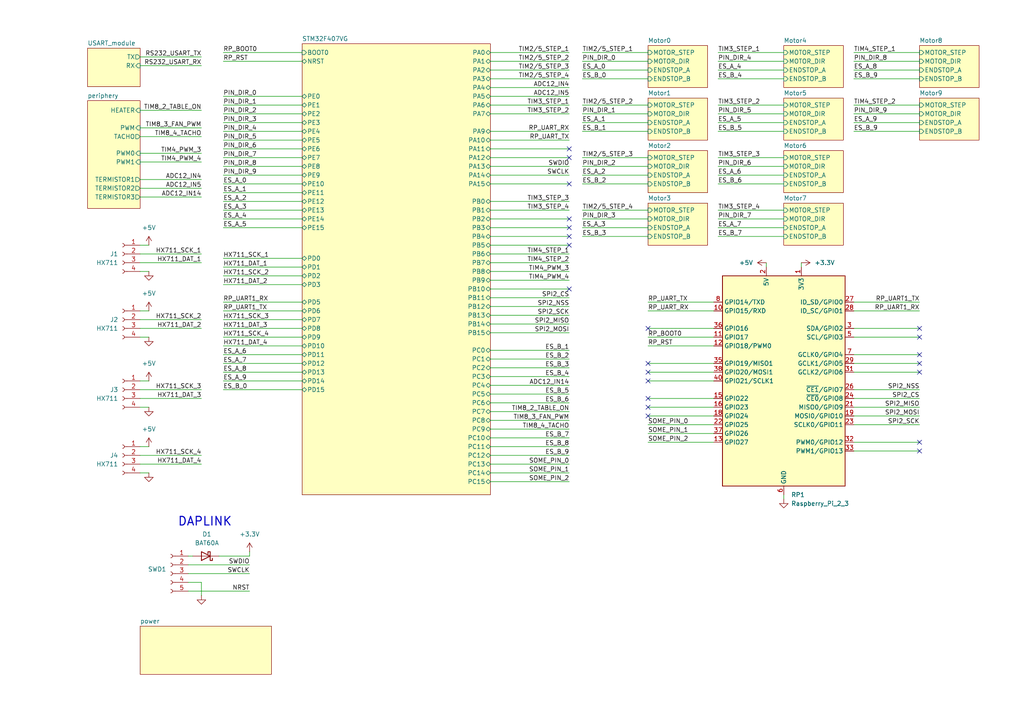
<source format=kicad_sch>
(kicad_sch (version 20250114) (generator "eeschema") (generator_version "9.0")
  (paper "A4")
  (title_block (title "OctopusNode") (comment 1 "Мастер плата управления") (comment 2 "Филимонов С.В.") (comment 3 "Семеренко Д.А."))
  (lib_symbols
    (symbol "Connector:Conn_01x04_Socket" (pin_names (offset 1.016) (hide yes))
      (property "Reference" "J" (at 0 5.08 0))
      (property "Value" "Conn_01x04_Socket" (at 0 -7.62 0))
      (symbol "Conn_01x04_Socket_1_1"
        (polyline (pts (xy -1.27 2.54) (xy -0.508 2.54)) (stroke (width 0.1524)))
        (polyline (pts (xy -1.27 0) (xy -0.508 0)) (stroke (width 0.1524)))
        (polyline (pts (xy -1.27 -2.54) (xy -0.508 -2.54)) (stroke (width 0.1524)))
        (polyline (pts (xy -1.27 -5.08) (xy -0.508 -5.08)) (stroke (width 0.1524)))
        (arc (start 0 2.032) (mid -0.5058 2.54) (end 0 3.048) (stroke (width 0.1524)))
        (arc (start 0 -0.508) (mid -0.5058 0) (end 0 0.508) (stroke (width 0.1524)))
        (arc (start 0 -3.048) (mid -0.5058 -2.54) (end 0 -2.032) (stroke (width 0.1524)))
        (arc (start 0 -5.588) (mid -0.5058 -5.08) (end 0 -4.572) (stroke (width 0.1524)))
        (pin passive line (at -5.08 2.54 0) (length 3.81) (name "Pin_1") (number "1"))
        (pin passive line (at -5.08 0 0) (length 3.81) (name "Pin_2") (number "2"))
        (pin passive line (at -5.08 -2.54 0) (length 3.81) (name "Pin_3") (number "3"))
        (pin passive line (at -5.08 -5.08 0) (length 3.81) (name "Pin_4") (number "4"))
      )
    )
    (symbol "Connector:Conn_01x05_Socket" (pin_names (offset 1.016) (hide yes))
      (property "Reference" "J" (at 0 7.62 0))
      (property "Value" "Conn_01x05_Socket" (at 0 -7.62 0))
      (symbol "Conn_01x05_Socket_1_1"
        (polyline (pts (xy -1.27 5.08) (xy -0.508 5.08)) (stroke (width 0.1524)))
        (polyline (pts (xy -1.27 2.54) (xy -0.508 2.54)) (stroke (width 0.1524)))
        (polyline (pts (xy -1.27 0) (xy -0.508 0)) (stroke (width 0.1524)))
        (polyline (pts (xy -1.27 -2.54) (xy -0.508 -2.54)) (stroke (width 0.1524)))
        (polyline (pts (xy -1.27 -5.08) (xy -0.508 -5.08)) (stroke (width 0.1524)))
        (arc (start 0 4.572) (mid -0.5058 5.08) (end 0 5.588) (stroke (width 0.1524)))
        (arc (start 0 2.032) (mid -0.5058 2.54) (end 0 3.048) (stroke (width 0.1524)))
        (arc (start 0 -0.508) (mid -0.5058 0) (end 0 0.508) (stroke (width 0.1524)))
        (arc (start 0 -3.048) (mid -0.5058 -2.54) (end 0 -2.032) (stroke (width 0.1524)))
        (arc (start 0 -5.588) (mid -0.5058 -5.08) (end 0 -4.572) (stroke (width 0.1524)))
        (pin passive line (at -5.08 5.08 0) (length 3.81) (name "Pin_1") (number "1"))
        (pin passive line (at -5.08 2.54 0) (length 3.81) (name "Pin_2") (number "2"))
        (pin passive line (at -5.08 0 0) (length 3.81) (name "Pin_3") (number "3"))
        (pin passive line (at -5.08 -2.54 0) (length 3.81) (name "Pin_4") (number "4"))
        (pin passive line (at -5.08 -5.08 0) (length 3.81) (name "Pin_5") (number "5"))
      )
    )
    (symbol "Connector:Raspberry_Pi_2_3"
      (property "Reference" "J" (at -17.78 31.75 0))
      (property "Value" "Raspberry_Pi_2_3" (at 10.16 -31.75 0))
      (symbol "Raspberry_Pi_2_3_0_1"
        (rectangle (start -17.78 30.48) (end 17.78 -30.48) (stroke (width 0.254)) (fill (type background)))
      )
      (symbol "Raspberry_Pi_2_3_1_1"
        (pin bidirectional line (at -20.32 22.86 0) (length 2.54) (name "GPIO14/TXD") (number "8"))
        (pin bidirectional line (at -20.32 20.32 0) (length 2.54) (name "GPIO15/RXD") (number "10"))
        (pin bidirectional line (at -20.32 15.24 0) (length 2.54) (name "GPIO16") (number "36"))
        (pin bidirectional line (at -20.32 12.7 0) (length 2.54) (name "GPIO17") (number "11"))
        (pin bidirectional line (at -20.32 10.16 0) (length 2.54) (name "GPIO18/PWM0") (number "12"))
        (pin bidirectional line (at -20.32 5.08 0) (length 2.54) (name "GPIO19/MISO1") (number "35"))
        (pin bidirectional line (at -20.32 2.54 0) (length 2.54) (name "GPIO20/MOSI1") (number "38"))
        (pin bidirectional line (at -20.32 0 0) (length 2.54) (name "GPIO21/SCLK1") (number "40"))
        (pin bidirectional line (at -20.32 -5.08 0) (length 2.54) (name "GPIO22") (number "15"))
        (pin bidirectional line (at -20.32 -7.62 0) (length 2.54) (name "GPIO23") (number "16"))
        (pin bidirectional line (at -20.32 -10.16 0) (length 2.54) (name "GPIO24") (number "18"))
        (pin bidirectional line (at -20.32 -12.7 0) (length 2.54) (name "GPIO25") (number "22"))
        (pin bidirectional line (at -20.32 -15.24 0) (length 2.54) (name "GPIO26") (number "37"))
        (pin bidirectional line (at -20.32 -17.78 0) (length 2.54) (name "GPIO27") (number "13"))
        (pin power_in line (at -5.08 33.02 270) (length 2.54) (name "5V") (number "2"))
        (pin passive line (at -5.08 33.02 270) (length 2.54) (hide yes) (name "5V") (number "4"))
        (pin passive line (at 0 -33.02 90) (length 2.54) (hide yes) (name "GND") (number "14"))
        (pin passive line (at 0 -33.02 90) (length 2.54) (hide yes) (name "GND") (number "20"))
        (pin passive line (at 0 -33.02 90) (length 2.54) (hide yes) (name "GND") (number "25"))
        (pin passive line (at 0 -33.02 90) (length 2.54) (hide yes) (name "GND") (number "30"))
        (pin passive line (at 0 -33.02 90) (length 2.54) (hide yes) (name "GND") (number "34"))
        (pin passive line (at 0 -33.02 90) (length 2.54) (hide yes) (name "GND") (number "39"))
        (pin power_in line (at 0 -33.02 90) (length 2.54) (name "GND") (number "6"))
        (pin passive line (at 0 -33.02 90) (length 2.54) (hide yes) (name "GND") (number "9"))
        (pin power_in line (at 5.08 33.02 270) (length 2.54) (name "3V3") (number "1"))
        (pin passive line (at 5.08 33.02 270) (length 2.54) (hide yes) (name "3V3") (number "17"))
        (pin bidirectional line (at 20.32 22.86 180) (length 2.54) (name "ID_SD/GPIO0") (number "27"))
        (pin bidirectional line (at 20.32 20.32 180) (length 2.54) (name "ID_SC/GPIO1") (number "28"))
        (pin bidirectional line (at 20.32 15.24 180) (length 2.54) (name "SDA/GPIO2") (number "3"))
        (pin bidirectional line (at 20.32 12.7 180) (length 2.54) (name "SCL/GPIO3") (number "5"))
        (pin bidirectional line (at 20.32 7.62 180) (length 2.54) (name "GCLK0/GPIO4") (number "7"))
        (pin bidirectional line (at 20.32 5.08 180) (length 2.54) (name "GCLK1/GPIO5") (number "29"))
        (pin bidirectional line (at 20.32 2.54 180) (length 2.54) (name "GCLK2/GPIO6") (number "31"))
        (pin bidirectional line (at 20.32 -2.54 180) (length 2.54) (name "~{CE1}/GPIO7") (number "26"))
        (pin bidirectional line (at 20.32 -5.08 180) (length 2.54) (name "~{CE0}/GPIO8") (number "24"))
        (pin bidirectional line (at 20.32 -7.62 180) (length 2.54) (name "MISO0/GPIO9") (number "21"))
        (pin bidirectional line (at 20.32 -10.16 180) (length 2.54) (name "MOSI0/GPIO10") (number "19"))
        (pin bidirectional line (at 20.32 -12.7 180) (length 2.54) (name "SCLK0/GPIO11") (number "23"))
        (pin bidirectional line (at 20.32 -17.78 180) (length 2.54) (name "PWM0/GPIO12") (number "32"))
        (pin bidirectional line (at 20.32 -20.32 180) (length 2.54) (name "PWM1/GPIO13") (number "33"))
      )
    )
    (symbol "Diode:BAT60A" (pin_numbers (hide yes)) (pin_names (offset 1.016) (hide yes))
      (property "Reference" "D" (at 0 2.54 0))
      (property "Value" "BAT60A" (at 0 -2.54 0))
      (symbol "BAT60A_0_1"
        (polyline (pts (xy -1.905 0.635) (xy -1.905 1.27) (xy -1.27 1.27) (xy -1.27 -1.27) (xy -0.635 -1.27) (xy -0.635 -0.635)) (stroke (width 0.254)))
        (polyline (pts (xy 1.27 1.27) (xy 1.27 -1.27) (xy -1.27 0) (xy 1.27 1.27)) (stroke (width 0.254)))
        (polyline (pts (xy 1.27 0) (xy -1.27 0)))
      )
      (symbol "BAT60A_1_1"
        (pin passive line (at -3.81 0 0) (length 2.54) (name "K") (number "1"))
        (pin passive line (at 3.81 0 180) (length 2.54) (name "A") (number "2"))
      )
    )
    (symbol "power:+3.3V" (power) (pin_numbers (hide yes)) (pin_names (offset 0) (hide yes))
      (property "Value" "+3.3V" (at 0 3.556 0))
      (symbol "+3.3V_0_1"
        (polyline (pts (xy -0.762 1.27) (xy 0 2.54)))
        (polyline (pts (xy 0 2.54) (xy 0.762 1.27)))
        (polyline (pts (xy 0 0) (xy 0 2.54)))
      )
      (symbol "+3.3V_1_1"
        (pin power_in line (at 0 0 90) (length 0) (name "~") (number "1"))
      )
    )
    (symbol "power:+5V" (power) (pin_numbers (hide yes)) (pin_names (offset 0) (hide yes))
      (property "Value" "+5V" (at 0 3.556 0))
      (symbol "+5V_0_1"
        (polyline (pts (xy -0.762 1.27) (xy 0 2.54)))
        (polyline (pts (xy 0 2.54) (xy 0.762 1.27)))
        (polyline (pts (xy 0 0) (xy 0 2.54)))
      )
      (symbol "+5V_1_1"
        (pin power_in line (at 0 0 90) (length 0) (name "~") (number "1"))
      )
    )
    (symbol "power:GND" (power) (pin_numbers (hide yes)) (pin_names (offset 0) (hide yes))
      (property "Value" "GND" (at 0 -3.81 0))
      (symbol "GND_0_1"
        (polyline (pts (xy 0 0) (xy 0 -1.27) (xy 1.27 -1.27) (xy 0 -2.54) (xy -1.27 -1.27) (xy 0 -1.27)))
      )
      (symbol "GND_1_1"
        (pin power_in line (at 0 0 270) (length 0) (name "~") (number "1"))
      )
    )
  )
  (text "DAPLINK" (at 59.436 151.384 0) (effects (font (size 2.5 2.5) (thickness 0.3125))))
  (text "1) OctopusNode\n2) KrakenNode\n3) SpiderNode\n4) HydraNode\n5) MedusaNode" (at 313.944 171.45 0) (effects (font (size 1.27 1.27)) (justify left)))
  (no_connect (at 165.1 83.82))
  (no_connect (at 266.7 102.87))
  (no_connect (at 266.7 107.95))
  (no_connect (at 165.1 43.18))
  (no_connect (at 165.1 71.12))
  (no_connect (at 165.1 68.58))
  (no_connect (at 266.7 128.27))
  (no_connect (at 266.7 97.79))
  (no_connect (at 187.96 118.11))
  (no_connect (at 187.96 115.57))
  (no_connect (at 187.96 105.41))
  (no_connect (at 187.96 95.25))
  (no_connect (at 187.96 110.49))
  (no_connect (at 165.1 63.5))
  (no_connect (at 266.7 95.25))
  (no_connect (at 187.96 107.95))
  (no_connect (at 165.1 66.04))
  (no_connect (at 266.7 130.81))
  (no_connect (at 187.96 120.65))
  (no_connect (at 165.1 45.72))
  (no_connect (at 165.1 53.34))
  (no_connect (at 266.7 105.41))
  (wire (pts (xy 247.65 38.1) (xy 266.7 38.1)))
  (wire (pts (xy 187.96 118.11) (xy 207.01 118.11)))
  (wire (pts (xy 208.28 33.02) (xy 227.33 33.02)))
  (wire (pts (xy 208.28 22.86) (xy 227.33 22.86)))
  (wire (pts (xy 208.28 35.56) (xy 227.33 35.56)))
  (wire (pts (xy 247.65 102.87) (xy 266.7 102.87)))
  (wire (pts (xy 247.65 130.81) (xy 266.7 130.81)))
  (wire (pts (xy 142.24 78.74) (xy 165.1 78.74)))
  (wire (pts (xy 64.77 30.48) (xy 87.63 30.48)))
  (wire (pts (xy 63.5 161.29) (xy 72.39 161.29)))
  (wire (pts (xy 64.77 74.93) (xy 87.63 74.93)))
  (wire (pts (xy 64.77 80.01) (xy 87.63 80.01)))
  (wire (pts (xy 142.24 111.76) (xy 165.1 111.76)))
  (wire (pts (xy 142.24 15.24) (xy 165.1 15.24)))
  (wire (pts (xy 64.77 77.47) (xy 87.63 77.47)))
  (wire (pts (xy 168.91 48.26) (xy 187.96 48.26)))
  (wire (pts (xy 40.64 132.08) (xy 58.42 132.08)))
  (wire (pts (xy 142.24 60.96) (xy 165.1 60.96)))
  (wire (pts (xy 142.24 63.5) (xy 165.1 63.5)))
  (wire (pts (xy 64.77 35.56) (xy 87.63 35.56)))
  (wire (pts (xy 208.28 38.1) (xy 227.33 38.1)))
  (wire (pts (xy 168.91 17.78) (xy 187.96 17.78)))
  (wire (pts (xy 187.96 128.27) (xy 207.01 128.27)))
  (wire (pts (xy 227.33 143.51) (xy 227.33 144.78)))
  (wire (pts (xy 142.24 119.38) (xy 165.1 119.38)))
  (wire (pts (xy 187.96 110.49) (xy 207.01 110.49)))
  (wire (pts (xy 64.77 60.96) (xy 87.63 60.96)))
  (wire (pts (xy 142.24 109.22) (xy 165.1 109.22)))
  (wire (pts (xy 187.96 105.41) (xy 207.01 105.41)))
  (wire (pts (xy 208.28 50.8) (xy 227.33 50.8)))
  (wire (pts (xy 142.24 25.4) (xy 165.1 25.4)))
  (wire (pts (xy 142.24 91.44) (xy 165.1 91.44)))
  (wire (pts (xy 40.64 71.12) (xy 43.18 71.12)))
  (wire (pts (xy 168.91 20.32) (xy 187.96 20.32)))
  (wire (pts (xy 247.65 120.65) (xy 266.7 120.65)))
  (wire (pts (xy 168.91 45.72) (xy 187.96 45.72)))
  (wire (pts (xy 64.77 87.63) (xy 87.63 87.63)))
  (wire (pts (xy 232.41 76.2) (xy 232.41 77.47)))
  (wire (pts (xy 208.28 45.72) (xy 227.33 45.72)))
  (wire (pts (xy 247.65 128.27) (xy 266.7 128.27)))
  (wire (pts (xy 142.24 132.08) (xy 165.1 132.08)))
  (wire (pts (xy 208.28 53.34) (xy 227.33 53.34)))
  (wire (pts (xy 142.24 121.92) (xy 165.1 121.92)))
  (wire (pts (xy 142.24 139.7) (xy 165.1 139.7)))
  (wire (pts (xy 64.77 15.24) (xy 87.63 15.24)))
  (wire (pts (xy 40.64 95.25) (xy 58.42 95.25)))
  (wire (pts (xy 187.96 107.95) (xy 207.01 107.95)))
  (wire (pts (xy 247.65 17.78) (xy 266.7 17.78)))
  (wire (pts (xy 187.96 90.17) (xy 207.01 90.17)))
  (wire (pts (xy 40.64 134.62) (xy 58.42 134.62)))
  (wire (pts (xy 222.25 76.2) (xy 222.25 77.47)))
  (wire (pts (xy 187.96 115.57) (xy 207.01 115.57)))
  (wire (pts (xy 247.65 90.17) (xy 266.7 90.17)))
  (wire (pts (xy 208.28 68.58) (xy 227.33 68.58)))
  (wire (pts (xy 40.64 90.17) (xy 43.18 90.17)))
  (wire (pts (xy 64.77 17.78) (xy 87.63 17.78)))
  (wire (pts (xy 40.64 113.03) (xy 58.42 113.03)))
  (wire (pts (xy 40.64 44.45) (xy 58.42 44.45)))
  (wire (pts (xy 64.77 100.33) (xy 87.63 100.33)))
  (wire (pts (xy 40.64 78.74) (xy 43.18 78.74)))
  (wire (pts (xy 208.28 66.04) (xy 227.33 66.04)))
  (wire (pts (xy 64.77 50.8) (xy 87.63 50.8)))
  (wire (pts (xy 142.24 20.32) (xy 165.1 20.32)))
  (wire (pts (xy 40.64 92.71) (xy 58.42 92.71)))
  (wire (pts (xy 208.28 60.96) (xy 227.33 60.96)))
  (wire (pts (xy 142.24 129.54) (xy 165.1 129.54)))
  (wire (pts (xy 64.77 53.34) (xy 87.63 53.34)))
  (wire (pts (xy 187.96 87.63) (xy 207.01 87.63)))
  (wire (pts (xy 247.65 30.48) (xy 266.7 30.48)))
  (wire (pts (xy 247.65 35.56) (xy 266.7 35.56)))
  (wire (pts (xy 187.96 100.33) (xy 207.01 100.33)))
  (wire (pts (xy 142.24 134.62) (xy 165.1 134.62)))
  (wire (pts (xy 54.61 166.37) (xy 72.39 166.37)))
  (wire (pts (xy 142.24 86.36) (xy 165.1 86.36)))
  (wire (pts (xy 142.24 33.02) (xy 165.1 33.02)))
  (wire (pts (xy 168.91 33.02) (xy 187.96 33.02)))
  (wire (pts (xy 64.77 102.87) (xy 87.63 102.87)))
  (wire (pts (xy 64.77 38.1) (xy 87.63 38.1)))
  (wire (pts (xy 247.65 33.02) (xy 266.7 33.02)))
  (wire (pts (xy 142.24 27.94) (xy 165.1 27.94)))
  (wire (pts (xy 142.24 48.26) (xy 165.1 48.26)))
  (wire (pts (xy 142.24 30.48) (xy 165.1 30.48)))
  (wire (pts (xy 64.77 55.88) (xy 87.63 55.88)))
  (wire (pts (xy 54.61 171.45) (xy 72.39 171.45)))
  (wire (pts (xy 54.61 163.83) (xy 72.39 163.83)))
  (wire (pts (xy 168.91 66.04) (xy 187.96 66.04)))
  (wire (pts (xy 64.77 43.18) (xy 87.63 43.18)))
  (wire (pts (xy 64.77 90.17) (xy 87.63 90.17)))
  (wire (pts (xy 64.77 66.04) (xy 87.63 66.04)))
  (wire (pts (xy 168.91 15.24) (xy 187.96 15.24)))
  (wire (pts (xy 142.24 45.72) (xy 165.1 45.72)))
  (wire (pts (xy 168.91 63.5) (xy 187.96 63.5)))
  (wire (pts (xy 142.24 17.78) (xy 165.1 17.78)))
  (wire (pts (xy 142.24 71.12) (xy 165.1 71.12)))
  (wire (pts (xy 168.91 35.56) (xy 187.96 35.56)))
  (wire (pts (xy 72.39 160.02) (xy 72.39 161.29)))
  (wire (pts (xy 142.24 76.2) (xy 165.1 76.2)))
  (wire (pts (xy 64.77 58.42) (xy 87.63 58.42)))
  (wire (pts (xy 208.28 48.26) (xy 227.33 48.26)))
  (wire (pts (xy 187.96 123.19) (xy 207.01 123.19)))
  (wire (pts (xy 168.91 60.96) (xy 187.96 60.96)))
  (wire (pts (xy 64.77 105.41) (xy 87.63 105.41)))
  (wire (pts (xy 64.77 95.25) (xy 87.63 95.25)))
  (wire (pts (xy 40.64 32.004) (xy 58.42 32.004)))
  (wire (pts (xy 168.91 30.48) (xy 187.96 30.48)))
  (wire (pts (xy 58.42 168.91) (xy 58.42 172.72)))
  (wire (pts (xy 142.24 58.42) (xy 165.1 58.42)))
  (wire (pts (xy 247.65 118.11) (xy 266.7 118.11)))
  (wire (pts (xy 142.24 137.16) (xy 165.1 137.16)))
  (wire (pts (xy 168.91 38.1) (xy 187.96 38.1)))
  (wire (pts (xy 64.77 92.71) (xy 87.63 92.71)))
  (wire (pts (xy 142.24 50.8) (xy 165.1 50.8)))
  (wire (pts (xy 168.91 53.34) (xy 187.96 53.34)))
  (wire (pts (xy 142.24 93.98) (xy 165.1 93.98)))
  (wire (pts (xy 247.65 87.63) (xy 266.7 87.63)))
  (wire (pts (xy 64.77 45.72) (xy 87.63 45.72)))
  (wire (pts (xy 142.24 116.84) (xy 165.1 116.84)))
  (wire (pts (xy 142.24 38.1) (xy 165.1 38.1)))
  (wire (pts (xy 54.61 161.29) (xy 55.88 161.29)))
  (wire (pts (xy 247.65 113.03) (xy 266.7 113.03)))
  (wire (pts (xy 40.64 97.79) (xy 43.18 97.79)))
  (wire (pts (xy 64.77 82.55) (xy 87.63 82.55)))
  (wire (pts (xy 247.65 15.24) (xy 266.7 15.24)))
  (wire (pts (xy 208.28 15.24) (xy 227.33 15.24)))
  (wire (pts (xy 142.24 66.04) (xy 165.1 66.04)))
  (wire (pts (xy 247.65 123.19) (xy 266.7 123.19)))
  (wire (pts (xy 40.64 19.05) (xy 58.42 19.05)))
  (wire (pts (xy 247.65 105.41) (xy 266.7 105.41)))
  (wire (pts (xy 168.91 22.86) (xy 187.96 22.86)))
  (wire (pts (xy 40.64 52.07) (xy 58.42 52.07)))
  (wire (pts (xy 54.61 168.91) (xy 58.42 168.91)))
  (wire (pts (xy 168.91 50.8) (xy 187.96 50.8)))
  (wire (pts (xy 142.24 96.52) (xy 165.1 96.52)))
  (wire (pts (xy 247.65 107.95) (xy 266.7 107.95)))
  (wire (pts (xy 142.24 127) (xy 165.1 127)))
  (wire (pts (xy 142.24 101.6) (xy 165.1 101.6)))
  (wire (pts (xy 40.64 54.61) (xy 58.42 54.61)))
  (wire (pts (xy 142.24 53.34) (xy 165.1 53.34)))
  (wire (pts (xy 142.24 104.14) (xy 165.1 104.14)))
  (wire (pts (xy 187.96 125.73) (xy 207.01 125.73)))
  (wire (pts (xy 40.64 73.66) (xy 58.42 73.66)))
  (wire (pts (xy 40.64 37.084) (xy 58.42 37.084)))
  (wire (pts (xy 187.96 120.65) (xy 207.01 120.65)))
  (wire (pts (xy 168.91 68.58) (xy 187.96 68.58)))
  (wire (pts (xy 142.24 114.3) (xy 165.1 114.3)))
  (wire (pts (xy 64.77 107.95) (xy 87.63 107.95)))
  (wire (pts (xy 247.65 22.86) (xy 266.7 22.86)))
  (wire (pts (xy 40.64 118.11) (xy 43.18 118.11)))
  (wire (pts (xy 142.24 106.68) (xy 165.1 106.68)))
  (wire (pts (xy 187.96 95.25) (xy 207.01 95.25)))
  (wire (pts (xy 142.24 43.18) (xy 165.1 43.18)))
  (wire (pts (xy 208.28 30.48) (xy 227.33 30.48)))
  (wire (pts (xy 40.64 110.49) (xy 43.18 110.49)))
  (wire (pts (xy 64.77 27.94) (xy 87.63 27.94)))
  (wire (pts (xy 142.24 83.82) (xy 165.1 83.82)))
  (wire (pts (xy 64.77 110.49) (xy 87.63 110.49)))
  (wire (pts (xy 64.77 33.02) (xy 87.63 33.02)))
  (wire (pts (xy 142.24 40.64) (xy 165.1 40.64)))
  (wire (pts (xy 142.24 22.86) (xy 165.1 22.86)))
  (wire (pts (xy 247.65 95.25) (xy 266.7 95.25)))
  (wire (pts (xy 40.64 115.57) (xy 58.42 115.57)))
  (wire (pts (xy 208.28 17.78) (xy 227.33 17.78)))
  (wire (pts (xy 64.77 48.26) (xy 87.63 48.26)))
  (wire (pts (xy 142.24 73.66) (xy 165.1 73.66)))
  (wire (pts (xy 64.77 63.5) (xy 87.63 63.5)))
  (wire (pts (xy 247.65 20.32) (xy 266.7 20.32)))
  (wire (pts (xy 142.24 81.28) (xy 165.1 81.28)))
  (wire (pts (xy 40.64 76.2) (xy 58.42 76.2)))
  (wire (pts (xy 40.64 57.15) (xy 58.42 57.15)))
  (wire (pts (xy 142.24 88.9) (xy 165.1 88.9)))
  (wire (pts (xy 247.65 97.79) (xy 266.7 97.79)))
  (wire (pts (xy 247.65 115.57) (xy 266.7 115.57)))
  (wire (pts (xy 40.64 137.16) (xy 43.18 137.16)))
  (wire (pts (xy 142.24 68.58) (xy 165.1 68.58)))
  (wire (pts (xy 64.77 40.64) (xy 87.63 40.64)))
  (wire (pts (xy 40.64 16.51) (xy 58.42 16.51)))
  (wire (pts (xy 40.64 39.624) (xy 58.42 39.624)))
  (wire (pts (xy 64.77 97.79) (xy 87.63 97.79)))
  (wire (pts (xy 208.28 63.5) (xy 227.33 63.5)))
  (wire (pts (xy 40.64 46.99) (xy 58.42 46.99)))
  (wire (pts (xy 64.77 113.03) (xy 87.63 113.03)))
  (wire (pts (xy 187.96 97.79) (xy 207.01 97.79)))
  (wire (pts (xy 40.64 129.54) (xy 43.18 129.54)))
  (wire (pts (xy 142.24 124.46) (xy 165.1 124.46)))
  (wire (pts (xy 208.28 20.32) (xy 227.33 20.32)))
  (label "ES_A_5" (at 208.28 35.56 0))
  (label "TIM8_4_TACHO" (at 58.42 39.624 180))
  (label "SWDIO" (at 165.1 48.26 180))
  (label "ES_A_7" (at 208.28 66.04 0))
  (label "ES_A_4" (at 64.77 63.5 0))
  (label "ES_B_8" (at 165.1 129.54 180))
  (label "ES_B_2" (at 168.91 53.34 0))
  (label "HX711_DAT_3" (at 58.42 115.57 180))
  (label "HX711_SCK_2" (at 64.77 80.01 0))
  (label "TIM2{slash}5_STEP_2" (at 168.91 30.48 0))
  (label "SPI2_MOSI" (at 165.1 96.52 180))
  (label "RP_RST" (at 187.96 100.33 0))
  (label "ES_A_1" (at 64.77 55.88 0))
  (label "ES_B_0" (at 64.77 113.03 0))
  (label "ES_A_2" (at 64.77 58.42 0))
  (label "TIM8_4_TACHO" (at 165.1 124.46 180))
  (label "ES_B_0" (at 168.91 22.86 0))
  (label "PIN_DIR_1" (at 64.77 30.48 0))
  (label "ES_A_2" (at 168.91 50.8 0))
  (label "TIM3_STEP_2" (at 208.28 30.48 0))
  (label "ES_A_9" (at 64.77 110.49 0))
  (label "PIN_DIR_5" (at 208.28 33.02 0))
  (label "TIM3_STEP_3" (at 165.1 58.42 180))
  (label "RP_UART1_TX" (at 64.77 90.17 0))
  (label "RP_UART1_RX" (at 64.77 87.63 0))
  (label "PIN_DIR_9" (at 64.77 50.8 0))
  (label "TIM8_3_FAN_PWM" (at 58.42 37.084 180))
  (label "ADC12_IN14" (at 165.1 111.76 180))
  (label "SOME_PIN_2" (at 187.96 128.27 0))
  (label "ES_A_3" (at 168.91 66.04 0))
  (label "ES_B_5" (at 208.28 38.1 0))
  (label "SWCLK" (at 72.39 166.37 180))
  (label "ES_B_3" (at 168.91 68.58 0))
  (label "TIM3_STEP_1" (at 165.1 30.48 180))
  (label "ES_B_1" (at 168.91 38.1 0))
  (label "SOME_PIN_1" (at 187.96 125.73 0))
  (label "ES_A_3" (at 64.77 60.96 0))
  (label "TIM4_PWM_3" (at 165.1 78.74 180))
  (label "RS232_USART_TX" (at 58.42 16.51 180))
  (label "ADC12_IN5" (at 165.1 27.94 180))
  (label "TIM3_STEP_2" (at 165.1 33.02 180))
  (label "TIM3_STEP_4" (at 165.1 60.96 180))
  (label "ES_A_8" (at 247.65 20.32 0))
  (label "ES_A_0" (at 168.91 20.32 0))
  (label "RP_UART_RX" (at 187.96 90.17 0))
  (label "RP_UART_TX" (at 165.1 40.64 180))
  (label "RP_UART_RX" (at 165.1 38.1 180))
  (label "PIN_DIR_7" (at 64.77 45.72 0))
  (label "SPI2_NSS" (at 266.7 113.03 180))
  (label "TIM2{slash}5_STEP_2" (at 165.1 17.78 180))
  (label "ES_A_1" (at 168.91 35.56 0))
  (label "ES_A_5" (at 64.77 66.04 0))
  (label "TIM2{slash}5_STEP_1" (at 168.91 15.24 0))
  (label "PIN_DIR_8" (at 247.65 17.78 0))
  (label "PIN_DIR_5" (at 64.77 40.64 0))
  (label "TIM3_STEP_1" (at 208.28 15.24 0))
  (label "HX711_DAT_2" (at 64.77 82.55 0))
  (label "SOME_PIN_0" (at 165.1 134.62 180))
  (label "PIN_DIR_6" (at 64.77 43.18 0))
  (label "HX711_DAT_4" (at 64.77 100.33 0))
  (label "ES_A_8" (at 64.77 107.95 0))
  (label "PIN_DIR_0" (at 64.77 27.94 0))
  (label "TIM4_STEP_2" (at 247.65 30.48 0))
  (label "ES_B_5" (at 165.1 114.3 180))
  (label "ES_A_0" (at 64.77 53.34 0))
  (label "ES_B_9" (at 247.65 38.1 0))
  (label "ES_B_7" (at 208.28 68.58 0))
  (label "NRST" (at 72.39 171.45 180))
  (label "TIM4_PWM_3" (at 58.42 44.45 180))
  (label "RP_UART1_RX" (at 266.7 90.17 180))
  (label "PIN_DIR_7" (at 208.28 63.5 0))
  (label "RP_UART_TX" (at 187.96 87.63 0))
  (label "PIN_DIR_6" (at 208.28 48.26 0))
  (label "ADC12_IN14" (at 58.42 57.15 180))
  (label "HX711_DAT_1" (at 64.77 77.47 0))
  (label "TIM4_STEP_1" (at 165.1 73.66 180))
  (label "TIM4_STEP_1" (at 247.65 15.24 0))
  (label "TIM4_PWM_4" (at 165.1 81.28 180))
  (label "HX711_SCK_3" (at 64.77 92.71 0))
  (label "ES_B_4" (at 208.28 22.86 0))
  (label "SPI2_NSS" (at 165.1 88.9 180))
  (label "TIM4_STEP_2" (at 165.1 76.2 180))
  (label "SPI2_MISO" (at 165.1 93.98 180))
  (label "PIN_DIR_9" (at 247.65 33.02 0))
  (label "TIM8_3_FAN_PWM" (at 165.1 121.92 180))
  (label "ES_B_6" (at 165.1 116.84 180))
  (label "HX711_DAT_2" (at 58.42 95.25 180))
  (label "SPI2_MOSI" (at 266.7 120.65 180))
  (label "RP_BOOT0" (at 64.77 15.24 0))
  (label "SWCLK" (at 165.1 50.8 180))
  (label "PIN_DIR_0" (at 168.91 17.78 0))
  (label "ES_A_6" (at 64.77 102.87 0))
  (label "RP_RST" (at 64.77 17.78 0))
  (label "HX711_SCK_4" (at 58.42 132.08 180))
  (label "ES_B_1" (at 165.1 101.6 180))
  (label "SOME_PIN_2" (at 165.1 139.7 180))
  (label "ES_A_4" (at 208.28 20.32 0))
  (label "ADC12_IN4" (at 58.42 52.07 180))
  (label "SPI2_SCK" (at 165.1 91.44 180))
  (label "ES_B_9" (at 165.1 132.08 180))
  (label "TIM8_2_TABLE_ON" (at 165.1 119.38 180))
  (label "TIM2{slash}5_STEP_4" (at 168.91 60.96 0))
  (label "ES_A_7" (at 64.77 105.41 0))
  (label "RS232_USART_RX" (at 58.42 19.05 180))
  (label "HX711_DAT_4" (at 58.42 134.62 180))
  (label "HX711_DAT_1" (at 58.42 76.2 180))
  (label "ES_B_3" (at 165.1 106.68 180))
  (label "ES_A_9" (at 247.65 35.56 0))
  (label "ADC12_IN5" (at 58.42 54.61 180))
  (label "TIM8_2_TABLE_ON" (at 58.42 32.004 180))
  (label "SPI2_CS" (at 165.1 86.36 180))
  (label "HX711_SCK_4" (at 64.77 97.79 0))
  (label "HX711_SCK_1" (at 64.77 74.93 0))
  (label "TIM3_STEP_3" (at 208.28 45.72 0))
  (label "ES_B_6" (at 208.28 53.34 0))
  (label "SPI2_MISO" (at 266.7 118.11 180))
  (label "PIN_DIR_3" (at 168.91 63.5 0))
  (label "SPI2_CS" (at 266.7 115.57 180))
  (label "ES_B_4" (at 165.1 109.22 180))
  (label "SOME_PIN_0" (at 187.96 123.19 0))
  (label "TIM4_PWM_4" (at 58.42 46.99 180))
  (label "PIN_DIR_4" (at 64.77 38.1 0))
  (label "PIN_DIR_1" (at 168.91 33.02 0))
  (label "HX711_SCK_3" (at 58.42 113.03 180))
  (label "ES_B_7" (at 165.1 127 180))
  (label "PIN_DIR_2" (at 64.77 33.02 0))
  (label "ADC12_IN4" (at 165.1 25.4 180))
  (label "HX711_DAT_3" (at 64.77 95.25 0))
  (label "TIM2{slash}5_STEP_3" (at 168.91 45.72 0))
  (label "HX711_SCK_2" (at 58.42 92.71 180))
  (label "TIM2{slash}5_STEP_3" (at 165.1 20.32 180))
  (label "ES_B_2" (at 165.1 104.14 180))
  (label "SOME_PIN_1" (at 165.1 137.16 180))
  (label "ES_B_9" (at 247.65 22.86 0))
  (label "TIM2{slash}5_STEP_4" (at 165.1 22.86 180))
  (label "HX711_SCK_1" (at 58.42 73.66 180))
  (label "RP_UART1_TX" (at 266.7 87.63 180))
  (label "ES_A_6" (at 208.28 50.8 0))
  (label "PIN_DIR_2" (at 168.91 48.26 0))
  (label "TIM3_STEP_4" (at 208.28 60.96 0))
  (label "PIN_DIR_8" (at 64.77 48.26 0))
  (label "PIN_DIR_3" (at 64.77 35.56 0))
  (label "PIN_DIR_4" (at 208.28 17.78 0))
  (label "TIM2{slash}5_STEP_1" (at 165.1 15.24 180))
  (label "SPI2_SCK" (at 266.7 123.19 180))
  (label "RP_BOOT0" (at 187.96 97.79 0))
  (label "SWDIO" (at 72.39 163.83 180))
  (symbol (lib_id "Diode:BAT60A") (at 59.69 161.29 180) (unit 1)
    (property "Reference" "D1" (at 60.0075 154.94 0))
    (property "Value" "BAT60A" (at 60.0075 157.48 0))
    (property "Footprint" "Diode_SMD:D_SOD-323" (effects (hide yes)))
    (property "Datasheet" "https://www.infineon.com/dgdl/Infineon-BAT60ASERIES-DS-v01_01-en.pdf?fileId=db3a304313d846880113def70c9304a9" (effects (hide yes)))
    (property "Description" "10V 3A High Current Recitifier Schottky Diode, SOD-323" (effects (hide yes)))
  )
  (symbol (lib_id "power:GND") (at 43.18 78.74 0) (unit 1)
    (property "Reference" "#PWR02" (effects (hide yes)))
    (property "Value" "GND" (effects (hide yes)))
    (property "Description" "Power symbol creates a global label with name \"GND\" , ground" (effects (hide yes)))
  )
  (symbol (lib_id "power:GND") (at 43.18 97.79 0) (unit 1)
    (property "Reference" "#PWR04" (effects (hide yes)))
    (property "Value" "GND" (effects (hide yes)))
    (property "Description" "Power symbol creates a global label with name \"GND\" , ground" (effects (hide yes)))
  )
  (symbol (lib_id "power:GND") (at 43.18 118.11 0) (unit 1)
    (property "Reference" "#PWR06" (effects (hide yes)))
    (property "Value" "GND" (effects (hide yes)))
    (property "Description" "Power symbol creates a global label with name \"GND\" , ground" (effects (hide yes)))
  )
  (symbol (lib_id "power:+5V") (at 43.18 71.12 0) (unit 1)
    (property "Reference" "#PWR01" (effects (hide yes)))
    (property "Value" "+5V" (at 43.18 66.04 0))
    (property "Description" "Power symbol creates a global label with name \"+5V\"" (effects (hide yes)))
  )
  (symbol (lib_id "power:+5V") (at 43.18 110.49 0) (unit 1)
    (property "Reference" "#PWR05" (effects (hide yes)))
    (property "Value" "+5V" (at 43.18 105.41 0))
    (property "Description" "Power symbol creates a global label with name \"+5V\"" (effects (hide yes)))
  )
  (symbol (lib_id "power:GND") (at 227.33 144.78 0) (unit 1)
    (property "Reference" "#PWR012" (effects (hide yes)))
    (property "Value" "GND" (effects (hide yes)))
    (property "Description" "Power symbol creates a global label with name \"GND\" , ground" (effects (hide yes)))
  )
  (symbol (lib_id "power:+5V") (at 43.18 90.17 0) (unit 1)
    (property "Reference" "#PWR03" (effects (hide yes)))
    (property "Value" "+5V" (at 43.18 85.09 0))
    (property "Description" "Power symbol creates a global label with name \"+5V\"" (effects (hide yes)))
  )
  (symbol (lib_id "Connector:Conn_01x04_Socket") (at 35.56 132.08 0) (mirror y) (unit 1)
    (property "Reference" "J4" (at 34.29 132.0799 0) (effects (justify left)))
    (property "Value" "HX711" (at 34.29 134.6199 0) (effects (justify left)))
    (property "Footprint" "Connector_JST:JST_PH_B4B-PH-K_1x04_P2.00mm_Vertical" (effects (hide yes)))
    (property "Description" "Generic connector, single row, 01x04, script generated" (effects (hide yes)))
  )
  (symbol (lib_id "Connector:Conn_01x04_Socket") (at 35.56 113.03 0) (mirror y) (unit 1)
    (property "Reference" "J3" (at 34.29 113.0299 0) (effects (justify left)))
    (property "Value" "HX711" (at 34.29 115.5699 0) (effects (justify left)))
    (property "Footprint" "Connector_JST:JST_PH_B4B-PH-K_1x04_P2.00mm_Vertical" (effects (hide yes)))
    (property "Description" "Generic connector, single row, 01x04, script generated" (effects (hide yes)))
  )
  (symbol (lib_id "power:+5V") (at 222.25 76.2 90) (unit 1)
    (property "Reference" "#PWR011" (effects (hide yes)))
    (property "Value" "+5V" (at 218.44 76.1999 90) (effects (justify left)))
    (property "Description" "Power symbol creates a global label with name \"+5V\"" (effects (hide yes)))
  )
  (symbol (lib_id "Connector:Conn_01x04_Socket") (at 35.56 73.66 0) (mirror y) (unit 1)
    (property "Reference" "J1" (at 34.29 73.6599 0) (effects (justify left)))
    (property "Value" "HX711" (at 34.29 76.1999 0) (effects (justify left)))
    (property "Footprint" "Connector_JST:JST_PH_B4B-PH-K_1x04_P2.00mm_Vertical" (effects (hide yes)))
    (property "Description" "Generic connector, single row, 01x04, script generated" (effects (hide yes)))
  )
  (symbol (lib_id "Connector:Raspberry_Pi_2_3") (at 227.33 110.49 0) (unit 1)
    (property "Reference" "RP1" (at 229.4733 143.51 0) (effects (justify left)))
    (property "Value" "Raspberry_Pi_2_3" (at 229.4733 146.05 0) (effects (justify left)))
    (property "Footprint" "Connector_PinHeader_2.54mm:PinHeader_2x20_P2.54mm_Vertical" (effects (hide yes)))
    (property "Datasheet" "https://www.raspberrypi.org/documentation/hardware/raspberrypi/schematics/rpi_SCH_3bplus_1p0_reduced.pdf" (effects (hide yes)))
    (property "Description" "expansion header for Raspberry Pi 2 & 3" (effects (hide yes)))
  )
  (symbol (lib_id "power:+5V") (at 43.18 129.54 0) (unit 1)
    (property "Reference" "#PWR07" (effects (hide yes)))
    (property "Value" "+5V" (at 43.18 124.46 0))
    (property "Description" "Power symbol creates a global label with name \"+5V\"" (effects (hide yes)))
  )
  (symbol (lib_id "power:+3.3V") (at 232.41 76.2 270) (unit 1)
    (property "Reference" "#PWR013" (effects (hide yes)))
    (property "Value" "+3.3V" (at 236.22 76.1999 90) (effects (justify left)))
    (property "Description" "Power symbol creates a global label with name \"+3.3V\"" (effects (hide yes)))
  )
  (symbol (lib_id "power:GND") (at 43.18 137.16 0) (unit 1)
    (property "Reference" "#PWR08" (effects (hide yes)))
    (property "Value" "GND" (effects (hide yes)))
    (property "Description" "Power symbol creates a global label with name \"GND\" , ground" (effects (hide yes)))
  )
  (symbol (lib_id "power:+3.3V") (at 72.39 160.02 0) (unit 1)
    (property "Reference" "#PWR010" (effects (hide yes)))
    (property "Value" "+3.3V" (at 72.39 154.94 0))
    (property "Description" "Power symbol creates a global label with name \"+3.3V\"" (effects (hide yes)))
  )
  (symbol (lib_id "Connector:Conn_01x05_Socket") (at 49.53 166.37 0) (mirror y) (unit 1)
    (property "Reference" "SWD1" (at 48.26 165.0999 0) (effects (justify left)))
    (property "Value" "Conn_01x05_Socket" (effects (hide yes)))
    (property "Footprint" "Connector_PinSocket_2.54mm:PinSocket_1x05_P2.54mm_Vertical" (effects (hide yes)))
    (property "Description" "Generic connector, single row, 01x05, script generated" (effects (hide yes)))
  )
  (symbol (lib_id "Connector:Conn_01x04_Socket") (at 35.56 92.71 0) (mirror y) (unit 1)
    (property "Reference" "J2" (at 34.29 92.7099 0) (effects (justify left)))
    (property "Value" "HX711" (at 34.29 95.2499 0) (effects (justify left)))
    (property "Footprint" "Connector_JST:JST_PH_B4B-PH-K_1x04_P2.00mm_Vertical" (effects (hide yes)))
    (property "Description" "Generic connector, single row, 01x04, script generated" (effects (hide yes)))
  )
  (symbol (lib_id "power:GND") (at 58.42 172.72 0) (unit 1)
    (property "Reference" "#PWR09" (effects (hide yes)))
    (property "Value" "GND" (effects (hide yes)))
    (property "Description" "Power symbol creates a global label with name \"GND\" , ground" (effects (hide yes)))
  )
  (sheet (at 266.7 28.448) (size 17.272 12.192) (stroke (width 0.1524)) (fill (color 255 255 194 1.0000))
    (property "Sheetname" "Motor9" (at 266.7 27.7364 0) (effects (justify left bottom)))
    (property "Sheetfile" "schematics/Motor.kicad_sch" (effects (hide yes)))
    (pin "ENDSTOP_A" input (at 266.7 35.56 180))
    (pin "ENDSTOP_B" input (at 266.7 38.1 180))
    (pin "MOTOR_DIR" input (at 266.7 33.02 180))
    (pin "MOTOR_STEP" input (at 266.7 30.48 180))
  )
  (sheet (at 187.96 58.928) (size 17.272 12.192) (stroke (width 0.1524)) (fill (color 255 255 194 1.0000))
    (property "Sheetname" "Motor3" (at 187.96 58.2164 0) (effects (justify left bottom)))
    (property "Sheetfile" "schematics/Motor.kicad_sch" (effects (hide yes)))
    (pin "ENDSTOP_A" input (at 187.96 66.04 180))
    (pin "ENDSTOP_B" input (at 187.96 68.58 180))
    (pin "MOTOR_DIR" input (at 187.96 63.5 180))
    (pin "MOTOR_STEP" input (at 187.96 60.96 180))
  )
  (sheet (at 266.7 13.208) (size 17.272 12.192) (stroke (width 0.1524)) (fill (color 255 255 194 1.0000))
    (property "Sheetname" "Motor8" (at 266.7 12.4964 0) (effects (justify left bottom)))
    (property "Sheetfile" "schematics/Motor.kicad_sch" (effects (hide yes)))
    (pin "ENDSTOP_A" input (at 266.7 20.32 180))
    (pin "ENDSTOP_B" input (at 266.7 22.86 180))
    (pin "MOTOR_DIR" input (at 266.7 17.78 180))
    (pin "MOTOR_STEP" input (at 266.7 15.24 180))
  )
  (sheet (at 227.33 58.928) (size 17.272 12.192) (stroke (width 0.1524)) (fill (color 255 255 194 1.0000))
    (property "Sheetname" "Motor7" (at 227.33 58.2164 0) (effects (justify left bottom)))
    (property "Sheetfile" "schematics/Motor.kicad_sch" (effects (hide yes)))
    (pin "ENDSTOP_A" input (at 227.33 66.04 180))
    (pin "ENDSTOP_B" input (at 227.33 68.58 180))
    (pin "MOTOR_DIR" input (at 227.33 63.5 180))
    (pin "MOTOR_STEP" input (at 227.33 60.96 180))
  )
  (sheet (at 25.4 13.97) (size 15.24 11.176) (stroke (width 0.1524)) (fill (color 255 255 194 1.0000))
    (property "Sheetname" "USART_module" (at 25.4 13.2584 0) (effects (justify left bottom)))
    (property "Sheetfile" "schematics/USART_module.kicad_sch" (effects (hide yes)))
    (pin "RX" input (at 40.64 19.05 0))
    (pin "TX" output (at 40.64 16.51 0))
  )
  (sheet (at 40.64 181.61) (size 38.1 13.97) (stroke (width 0.1524)) (fill (color 255 255 194 1.0000))
    (property "Sheetname" "power" (at 40.64 180.8984 0) (effects (justify left bottom)))
    (property "Sheetfile" "schematics/power.kicad_sch" (effects (hide yes)))
  )
  (sheet (at 227.33 13.208) (size 17.272 12.192) (stroke (width 0.1524)) (fill (color 255 255 194 1.0000))
    (property "Sheetname" "Motor4" (at 227.33 12.4964 0) (effects (justify left bottom)))
    (property "Sheetfile" "schematics/Motor.kicad_sch" (effects (hide yes)))
    (pin "ENDSTOP_A" input (at 227.33 20.32 180))
    (pin "ENDSTOP_B" input (at 227.33 22.86 180))
    (pin "MOTOR_DIR" input (at 227.33 17.78 180))
    (pin "MOTOR_STEP" input (at 227.33 15.24 180))
  )
  (sheet (at 87.63 12.7) (size 54.61 130.81) (stroke (width 0.1524)) (fill (color 255 255 194 1.0000))
    (property "Sheetname" "STM32F407VG" (at 87.63 11.9884 0) (effects (justify left bottom)))
    (property "Sheetfile" "schematics/STM32F407VG.kicad_sch" (effects (hide yes)))
    (pin "BOOT0" input (at 87.63 15.24 180))
    (pin "NRST" bidirectional (at 87.63 17.78 180))
    (pin "PA0" bidirectional (at 142.24 15.24 0))
    (pin "PA1" bidirectional (at 142.24 17.78 0))
    (pin "PA2" bidirectional (at 142.24 20.32 0))
    (pin "PA3" bidirectional (at 142.24 22.86 0))
    (pin "PA4" bidirectional (at 142.24 25.4 0))
    (pin "PA5" bidirectional (at 142.24 27.94 0))
    (pin "PA6" bidirectional (at 142.24 30.48 0))
    (pin "PA7" bidirectional (at 142.24 33.02 0))
    (pin "PA9" bidirectional (at 142.24 38.1 0))
    (pin "PA10" bidirectional (at 142.24 40.64 0))
    (pin "PA11" bidirectional (at 142.24 43.18 0))
    (pin "PA12" bidirectional (at 142.24 45.72 0))
    (pin "PA13" bidirectional (at 142.24 48.26 0))
    (pin "PA14" bidirectional (at 142.24 50.8 0))
    (pin "PA15" bidirectional (at 142.24 53.34 0))
    (pin "PB0" bidirectional (at 142.24 58.42 0))
    (pin "PB1" bidirectional (at 142.24 60.96 0))
    (pin "PB2" bidirectional (at 142.24 63.5 0))
    (pin "PB3" bidirectional (at 142.24 66.04 0))
    (pin "PB4" bidirectional (at 142.24 68.58 0))
    (pin "PB5" bidirectional (at 142.24 71.12 0))
    (pin "PB6" bidirectional (at 142.24 73.66 0))
    (pin "PB7" bidirectional (at 142.24 76.2 0))
    (pin "PB8" bidirectional (at 142.24 78.74 0))
    (pin "PB9" bidirectional (at 142.24 81.28 0))
    (pin "PB10" bidirectional (at 142.24 83.82 0))
    (pin "PB11" bidirectional (at 142.24 86.36 0))
    (pin "PB12" bidirectional (at 142.24 88.9 0))
    (pin "PB13" bidirectional (at 142.24 91.44 0))
    (pin "PB14" bidirectional (at 142.24 93.98 0))
    (pin "PB15" bidirectional (at 142.24 96.52 0))
    (pin "PC0" bidirectional (at 142.24 101.6 0))
    (pin "PC1" bidirectional (at 142.24 104.14 0))
    (pin "PC2" bidirectional (at 142.24 106.68 0))
    (pin "PC3" bidirectional (at 142.24 109.22 0))
    (pin "PC4" bidirectional (at 142.24 111.76 0))
    (pin "PC5" bidirectional (at 142.24 114.3 0))
    (pin "PC6" bidirectional (at 142.24 116.84 0))
    (pin "PC7" bidirectional (at 142.24 119.38 0))
    (pin "PC8" bidirectional (at 142.24 121.92 0))
    (pin "PC9" bidirectional (at 142.24 124.46 0))
    (pin "PC10" bidirectional (at 142.24 127 0))
    (pin "PC11" bidirectional (at 142.24 129.54 0))
    (pin "PC12" bidirectional (at 142.24 132.08 0))
    (pin "PC13" bidirectional (at 142.24 134.62 0))
    (pin "PC14" bidirectional (at 142.24 137.16 0))
    (pin "PC15" bidirectional (at 142.24 139.7 0))
    (pin "PD0" bidirectional (at 87.63 74.93 180))
    (pin "PD1" bidirectional (at 87.63 77.47 180))
    (pin "PD2" bidirectional (at 87.63 80.01 180))
    (pin "PD3" bidirectional (at 87.63 82.55 180))
    (pin "PD5" bidirectional (at 87.63 87.63 180))
    (pin "PD6" bidirectional (at 87.63 90.17 180))
    (pin "PD7" bidirectional (at 87.63 92.71 180))
    (pin "PD8" bidirectional (at 87.63 95.25 180))
    (pin "PD9" bidirectional (at 87.63 97.79 180))
    (pin "PD10" bidirectional (at 87.63 100.33 180))
    (pin "PD11" bidirectional (at 87.63 102.87 180))
    (pin "PD12" bidirectional (at 87.63 105.41 180))
    (pin "PD13" bidirectional (at 87.63 107.95 180))
    (pin "PD14" bidirectional (at 87.63 110.49 180))
    (pin "PD15" bidirectional (at 87.63 113.03 180))
    (pin "PE0" bidirectional (at 87.63 27.94 180))
    (pin "PE1" bidirectional (at 87.63 30.48 180))
    (pin "PE2" bidirectional (at 87.63 33.02 180))
    (pin "PE3" bidirectional (at 87.63 35.56 180))
    (pin "PE4" bidirectional (at 87.63 38.1 180))
    (pin "PE5" bidirectional (at 87.63 40.64 180))
    (pin "PE6" bidirectional (at 87.63 43.18 180))
    (pin "PE7" bidirectional (at 87.63 45.72 180))
    (pin "PE8" bidirectional (at 87.63 48.26 180))
    (pin "PE9" bidirectional (at 87.63 50.8 180))
    (pin "PE10" bidirectional (at 87.63 53.34 180))
    (pin "PE11" bidirectional (at 87.63 55.88 180))
    (pin "PE12" bidirectional (at 87.63 58.42 180))
    (pin "PE13" bidirectional (at 87.63 60.96 180))
    (pin "PE14" bidirectional (at 87.63 63.5 180))
    (pin "PE15" bidirectional (at 87.63 66.04 180))
  )
  (sheet (at 187.96 28.448) (size 17.272 12.192) (stroke (width 0.1524)) (fill (color 255 255 194 1.0000))
    (property "Sheetname" "Motor1" (at 187.96 27.7364 0) (effects (justify left bottom)))
    (property "Sheetfile" "schematics/Motor.kicad_sch" (effects (hide yes)))
    (pin "ENDSTOP_A" input (at 187.96 35.56 180))
    (pin "ENDSTOP_B" input (at 187.96 38.1 180))
    (pin "MOTOR_DIR" input (at 187.96 33.02 180))
    (pin "MOTOR_STEP" input (at 187.96 30.48 180))
  )
  (sheet (at 227.33 28.448) (size 17.272 12.192) (stroke (width 0.1524)) (fill (color 255 255 194 1.0000))
    (property "Sheetname" "Motor5" (at 227.33 27.7364 0) (effects (justify left bottom)))
    (property "Sheetfile" "schematics/Motor.kicad_sch" (effects (hide yes)))
    (pin "ENDSTOP_A" input (at 227.33 35.56 180))
    (pin "ENDSTOP_B" input (at 227.33 38.1 180))
    (pin "MOTOR_DIR" input (at 227.33 33.02 180))
    (pin "MOTOR_STEP" input (at 227.33 30.48 180))
  )
  (sheet (at 187.96 43.688) (size 17.272 12.192) (stroke (width 0.1524)) (fill (color 255 255 194 1.0000))
    (property "Sheetname" "Motor2" (at 187.96 42.9764 0) (effects (justify left bottom)))
    (property "Sheetfile" "schematics/Motor.kicad_sch" (effects (hide yes)))
    (pin "ENDSTOP_A" input (at 187.96 50.8 180))
    (pin "ENDSTOP_B" input (at 187.96 53.34 180))
    (pin "MOTOR_DIR" input (at 187.96 48.26 180))
    (pin "MOTOR_STEP" input (at 187.96 45.72 180))
  )
  (sheet (at 25.4 29.21) (size 15.24 31.242) (stroke (width 0.1524)) (fill (color 255 255 194 1.0000))
    (property "Sheetname" "periphery" (at 25.4 28.4984 0) (effects (justify left bottom)))
    (property "Sheetfile" "schematics/periphery.kicad_sch" (effects (hide yes)))
    (pin "HEATER" input (at 40.64 32.004 0))
    (pin "PWM" input (at 40.64 37.084 0))
    (pin "PWM0" input (at 40.64 44.45 0))
    (pin "PWM1" input (at 40.64 46.99 0))
    (pin "TACHO" output (at 40.64 39.624 0))
    (pin "TERMISTOR1" output (at 40.64 52.07 0))
    (pin "TERMISTOR2" output (at 40.64 54.61 0))
    (pin "TERMISTOR3" output (at 40.64 57.15 0))
  )
  (sheet (at 227.33 43.688) (size 17.272 12.192) (stroke (width 0.1524)) (fill (color 255 255 194 1.0000))
    (property "Sheetname" "Motor6" (at 227.33 42.9764 0) (effects (justify left bottom)))
    (property "Sheetfile" "schematics/Motor.kicad_sch" (effects (hide yes)))
    (pin "ENDSTOP_A" input (at 227.33 50.8 180))
    (pin "ENDSTOP_B" input (at 227.33 53.34 180))
    (pin "MOTOR_DIR" input (at 227.33 48.26 180))
    (pin "MOTOR_STEP" input (at 227.33 45.72 180))
  )
  (sheet (at 187.96 13.208) (size 17.272 12.192) (stroke (width 0.1524)) (fill (color 255 255 194 1.0000))
    (property "Sheetname" "Motor0" (at 187.96 12.4964 0) (effects (justify left bottom)))
    (property "Sheetfile" "schematics/Motor.kicad_sch" (effects (hide yes)))
    (pin "ENDSTOP_A" input (at 187.96 20.32 180))
    (pin "ENDSTOP_B" input (at 187.96 22.86 180))
    (pin "MOTOR_DIR" input (at 187.96 17.78 180))
    (pin "MOTOR_STEP" input (at 187.96 15.24 180))
  )
)
</source>
